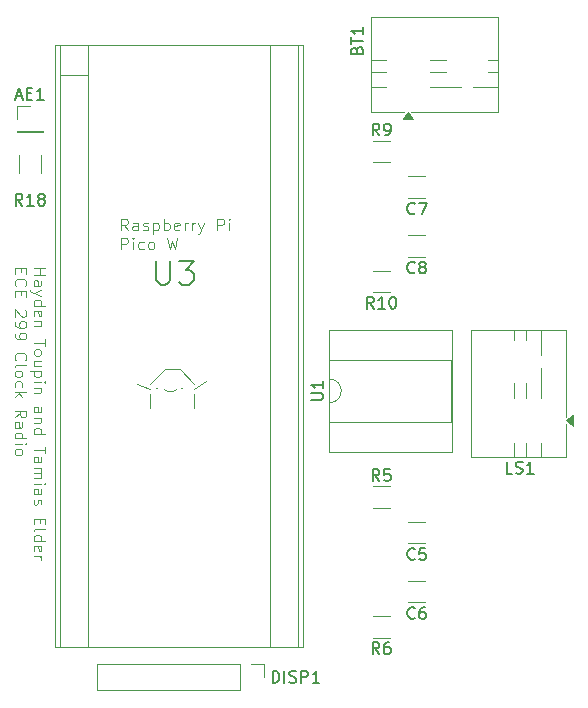
<source format=gbr>
%TF.GenerationSoftware,KiCad,Pcbnew,9.0.2*%
%TF.CreationDate,2025-06-25T13:02:05-07:00*%
%TF.ProjectId,Main,4d61696e-2e6b-4696-9361-645f70636258,rev?*%
%TF.SameCoordinates,Original*%
%TF.FileFunction,Legend,Top*%
%TF.FilePolarity,Positive*%
%FSLAX46Y46*%
G04 Gerber Fmt 4.6, Leading zero omitted, Abs format (unit mm)*
G04 Created by KiCad (PCBNEW 9.0.2) date 2025-06-25 13:02:05*
%MOMM*%
%LPD*%
G01*
G04 APERTURE LIST*
%ADD10C,0.100000*%
%ADD11C,0.150000*%
%ADD12C,0.120000*%
G04 APERTURE END LIST*
D10*
X130800000Y-100025000D02*
G75*
G02*
X130700000Y-100025000I-50000J0D01*
G01*
X130700000Y-100025000D02*
G75*
G02*
X130800000Y-100025000I50000J0D01*
G01*
X132950000Y-100050000D02*
G75*
G02*
X132850000Y-100050000I-50000J0D01*
G01*
X132850000Y-100050000D02*
G75*
G02*
X132950000Y-100050000I50000J0D01*
G01*
X130175000Y-100125000D02*
X129100000Y-99625000D01*
X130175000Y-100475000D02*
X130175000Y-101725000D01*
X133925000Y-100475000D02*
X133925000Y-101725000D01*
X133925000Y-100125000D02*
X134925000Y-99375000D01*
X130175000Y-99625000D02*
X131425000Y-98375000D01*
X131425000Y-98375000D02*
X132675000Y-98375000D01*
X132675000Y-98375000D02*
X133925000Y-99625000D01*
X131350000Y-100050000D02*
X131600000Y-100300000D01*
X131600000Y-100300000D02*
X132100000Y-100300000D01*
X132100000Y-100300000D02*
X132350000Y-100050000D01*
X120312524Y-89878884D02*
X121312524Y-89878884D01*
X120836334Y-89878884D02*
X120836334Y-90450312D01*
X120312524Y-90450312D02*
X121312524Y-90450312D01*
X120312524Y-91355074D02*
X120836334Y-91355074D01*
X120836334Y-91355074D02*
X120931572Y-91307455D01*
X120931572Y-91307455D02*
X120979191Y-91212217D01*
X120979191Y-91212217D02*
X120979191Y-91021741D01*
X120979191Y-91021741D02*
X120931572Y-90926503D01*
X120360144Y-91355074D02*
X120312524Y-91259836D01*
X120312524Y-91259836D02*
X120312524Y-91021741D01*
X120312524Y-91021741D02*
X120360144Y-90926503D01*
X120360144Y-90926503D02*
X120455382Y-90878884D01*
X120455382Y-90878884D02*
X120550620Y-90878884D01*
X120550620Y-90878884D02*
X120645858Y-90926503D01*
X120645858Y-90926503D02*
X120693477Y-91021741D01*
X120693477Y-91021741D02*
X120693477Y-91259836D01*
X120693477Y-91259836D02*
X120741096Y-91355074D01*
X120979191Y-91736027D02*
X120312524Y-91974122D01*
X120979191Y-92212217D02*
X120312524Y-91974122D01*
X120312524Y-91974122D02*
X120074429Y-91878884D01*
X120074429Y-91878884D02*
X120026810Y-91831265D01*
X120026810Y-91831265D02*
X119979191Y-91736027D01*
X120312524Y-93021741D02*
X121312524Y-93021741D01*
X120360144Y-93021741D02*
X120312524Y-92926503D01*
X120312524Y-92926503D02*
X120312524Y-92736027D01*
X120312524Y-92736027D02*
X120360144Y-92640789D01*
X120360144Y-92640789D02*
X120407763Y-92593170D01*
X120407763Y-92593170D02*
X120503001Y-92545551D01*
X120503001Y-92545551D02*
X120788715Y-92545551D01*
X120788715Y-92545551D02*
X120883953Y-92593170D01*
X120883953Y-92593170D02*
X120931572Y-92640789D01*
X120931572Y-92640789D02*
X120979191Y-92736027D01*
X120979191Y-92736027D02*
X120979191Y-92926503D01*
X120979191Y-92926503D02*
X120931572Y-93021741D01*
X120360144Y-93878884D02*
X120312524Y-93783646D01*
X120312524Y-93783646D02*
X120312524Y-93593170D01*
X120312524Y-93593170D02*
X120360144Y-93497932D01*
X120360144Y-93497932D02*
X120455382Y-93450313D01*
X120455382Y-93450313D02*
X120836334Y-93450313D01*
X120836334Y-93450313D02*
X120931572Y-93497932D01*
X120931572Y-93497932D02*
X120979191Y-93593170D01*
X120979191Y-93593170D02*
X120979191Y-93783646D01*
X120979191Y-93783646D02*
X120931572Y-93878884D01*
X120931572Y-93878884D02*
X120836334Y-93926503D01*
X120836334Y-93926503D02*
X120741096Y-93926503D01*
X120741096Y-93926503D02*
X120645858Y-93450313D01*
X120979191Y-94355075D02*
X120312524Y-94355075D01*
X120883953Y-94355075D02*
X120931572Y-94402694D01*
X120931572Y-94402694D02*
X120979191Y-94497932D01*
X120979191Y-94497932D02*
X120979191Y-94640789D01*
X120979191Y-94640789D02*
X120931572Y-94736027D01*
X120931572Y-94736027D02*
X120836334Y-94783646D01*
X120836334Y-94783646D02*
X120312524Y-94783646D01*
X121312524Y-95878885D02*
X121312524Y-96450313D01*
X120312524Y-96164599D02*
X121312524Y-96164599D01*
X120312524Y-96926504D02*
X120360144Y-96831266D01*
X120360144Y-96831266D02*
X120407763Y-96783647D01*
X120407763Y-96783647D02*
X120503001Y-96736028D01*
X120503001Y-96736028D02*
X120788715Y-96736028D01*
X120788715Y-96736028D02*
X120883953Y-96783647D01*
X120883953Y-96783647D02*
X120931572Y-96831266D01*
X120931572Y-96831266D02*
X120979191Y-96926504D01*
X120979191Y-96926504D02*
X120979191Y-97069361D01*
X120979191Y-97069361D02*
X120931572Y-97164599D01*
X120931572Y-97164599D02*
X120883953Y-97212218D01*
X120883953Y-97212218D02*
X120788715Y-97259837D01*
X120788715Y-97259837D02*
X120503001Y-97259837D01*
X120503001Y-97259837D02*
X120407763Y-97212218D01*
X120407763Y-97212218D02*
X120360144Y-97164599D01*
X120360144Y-97164599D02*
X120312524Y-97069361D01*
X120312524Y-97069361D02*
X120312524Y-96926504D01*
X120979191Y-98116980D02*
X120312524Y-98116980D01*
X120979191Y-97688409D02*
X120455382Y-97688409D01*
X120455382Y-97688409D02*
X120360144Y-97736028D01*
X120360144Y-97736028D02*
X120312524Y-97831266D01*
X120312524Y-97831266D02*
X120312524Y-97974123D01*
X120312524Y-97974123D02*
X120360144Y-98069361D01*
X120360144Y-98069361D02*
X120407763Y-98116980D01*
X120979191Y-98593171D02*
X119979191Y-98593171D01*
X120931572Y-98593171D02*
X120979191Y-98688409D01*
X120979191Y-98688409D02*
X120979191Y-98878885D01*
X120979191Y-98878885D02*
X120931572Y-98974123D01*
X120931572Y-98974123D02*
X120883953Y-99021742D01*
X120883953Y-99021742D02*
X120788715Y-99069361D01*
X120788715Y-99069361D02*
X120503001Y-99069361D01*
X120503001Y-99069361D02*
X120407763Y-99021742D01*
X120407763Y-99021742D02*
X120360144Y-98974123D01*
X120360144Y-98974123D02*
X120312524Y-98878885D01*
X120312524Y-98878885D02*
X120312524Y-98688409D01*
X120312524Y-98688409D02*
X120360144Y-98593171D01*
X120312524Y-99497933D02*
X120979191Y-99497933D01*
X121312524Y-99497933D02*
X121264905Y-99450314D01*
X121264905Y-99450314D02*
X121217286Y-99497933D01*
X121217286Y-99497933D02*
X121264905Y-99545552D01*
X121264905Y-99545552D02*
X121312524Y-99497933D01*
X121312524Y-99497933D02*
X121217286Y-99497933D01*
X120979191Y-99974123D02*
X120312524Y-99974123D01*
X120883953Y-99974123D02*
X120931572Y-100021742D01*
X120931572Y-100021742D02*
X120979191Y-100116980D01*
X120979191Y-100116980D02*
X120979191Y-100259837D01*
X120979191Y-100259837D02*
X120931572Y-100355075D01*
X120931572Y-100355075D02*
X120836334Y-100402694D01*
X120836334Y-100402694D02*
X120312524Y-100402694D01*
X120312524Y-102069361D02*
X120836334Y-102069361D01*
X120836334Y-102069361D02*
X120931572Y-102021742D01*
X120931572Y-102021742D02*
X120979191Y-101926504D01*
X120979191Y-101926504D02*
X120979191Y-101736028D01*
X120979191Y-101736028D02*
X120931572Y-101640790D01*
X120360144Y-102069361D02*
X120312524Y-101974123D01*
X120312524Y-101974123D02*
X120312524Y-101736028D01*
X120312524Y-101736028D02*
X120360144Y-101640790D01*
X120360144Y-101640790D02*
X120455382Y-101593171D01*
X120455382Y-101593171D02*
X120550620Y-101593171D01*
X120550620Y-101593171D02*
X120645858Y-101640790D01*
X120645858Y-101640790D02*
X120693477Y-101736028D01*
X120693477Y-101736028D02*
X120693477Y-101974123D01*
X120693477Y-101974123D02*
X120741096Y-102069361D01*
X120979191Y-102545552D02*
X120312524Y-102545552D01*
X120883953Y-102545552D02*
X120931572Y-102593171D01*
X120931572Y-102593171D02*
X120979191Y-102688409D01*
X120979191Y-102688409D02*
X120979191Y-102831266D01*
X120979191Y-102831266D02*
X120931572Y-102926504D01*
X120931572Y-102926504D02*
X120836334Y-102974123D01*
X120836334Y-102974123D02*
X120312524Y-102974123D01*
X120312524Y-103878885D02*
X121312524Y-103878885D01*
X120360144Y-103878885D02*
X120312524Y-103783647D01*
X120312524Y-103783647D02*
X120312524Y-103593171D01*
X120312524Y-103593171D02*
X120360144Y-103497933D01*
X120360144Y-103497933D02*
X120407763Y-103450314D01*
X120407763Y-103450314D02*
X120503001Y-103402695D01*
X120503001Y-103402695D02*
X120788715Y-103402695D01*
X120788715Y-103402695D02*
X120883953Y-103450314D01*
X120883953Y-103450314D02*
X120931572Y-103497933D01*
X120931572Y-103497933D02*
X120979191Y-103593171D01*
X120979191Y-103593171D02*
X120979191Y-103783647D01*
X120979191Y-103783647D02*
X120931572Y-103878885D01*
X121312524Y-104974124D02*
X121312524Y-105545552D01*
X120312524Y-105259838D02*
X121312524Y-105259838D01*
X120312524Y-106307457D02*
X120836334Y-106307457D01*
X120836334Y-106307457D02*
X120931572Y-106259838D01*
X120931572Y-106259838D02*
X120979191Y-106164600D01*
X120979191Y-106164600D02*
X120979191Y-105974124D01*
X120979191Y-105974124D02*
X120931572Y-105878886D01*
X120360144Y-106307457D02*
X120312524Y-106212219D01*
X120312524Y-106212219D02*
X120312524Y-105974124D01*
X120312524Y-105974124D02*
X120360144Y-105878886D01*
X120360144Y-105878886D02*
X120455382Y-105831267D01*
X120455382Y-105831267D02*
X120550620Y-105831267D01*
X120550620Y-105831267D02*
X120645858Y-105878886D01*
X120645858Y-105878886D02*
X120693477Y-105974124D01*
X120693477Y-105974124D02*
X120693477Y-106212219D01*
X120693477Y-106212219D02*
X120741096Y-106307457D01*
X120312524Y-106783648D02*
X120979191Y-106783648D01*
X120883953Y-106783648D02*
X120931572Y-106831267D01*
X120931572Y-106831267D02*
X120979191Y-106926505D01*
X120979191Y-106926505D02*
X120979191Y-107069362D01*
X120979191Y-107069362D02*
X120931572Y-107164600D01*
X120931572Y-107164600D02*
X120836334Y-107212219D01*
X120836334Y-107212219D02*
X120312524Y-107212219D01*
X120836334Y-107212219D02*
X120931572Y-107259838D01*
X120931572Y-107259838D02*
X120979191Y-107355076D01*
X120979191Y-107355076D02*
X120979191Y-107497933D01*
X120979191Y-107497933D02*
X120931572Y-107593172D01*
X120931572Y-107593172D02*
X120836334Y-107640791D01*
X120836334Y-107640791D02*
X120312524Y-107640791D01*
X120312524Y-108116981D02*
X120979191Y-108116981D01*
X121312524Y-108116981D02*
X121264905Y-108069362D01*
X121264905Y-108069362D02*
X121217286Y-108116981D01*
X121217286Y-108116981D02*
X121264905Y-108164600D01*
X121264905Y-108164600D02*
X121312524Y-108116981D01*
X121312524Y-108116981D02*
X121217286Y-108116981D01*
X120312524Y-109021742D02*
X120836334Y-109021742D01*
X120836334Y-109021742D02*
X120931572Y-108974123D01*
X120931572Y-108974123D02*
X120979191Y-108878885D01*
X120979191Y-108878885D02*
X120979191Y-108688409D01*
X120979191Y-108688409D02*
X120931572Y-108593171D01*
X120360144Y-109021742D02*
X120312524Y-108926504D01*
X120312524Y-108926504D02*
X120312524Y-108688409D01*
X120312524Y-108688409D02*
X120360144Y-108593171D01*
X120360144Y-108593171D02*
X120455382Y-108545552D01*
X120455382Y-108545552D02*
X120550620Y-108545552D01*
X120550620Y-108545552D02*
X120645858Y-108593171D01*
X120645858Y-108593171D02*
X120693477Y-108688409D01*
X120693477Y-108688409D02*
X120693477Y-108926504D01*
X120693477Y-108926504D02*
X120741096Y-109021742D01*
X120360144Y-109450314D02*
X120312524Y-109545552D01*
X120312524Y-109545552D02*
X120312524Y-109736028D01*
X120312524Y-109736028D02*
X120360144Y-109831266D01*
X120360144Y-109831266D02*
X120455382Y-109878885D01*
X120455382Y-109878885D02*
X120503001Y-109878885D01*
X120503001Y-109878885D02*
X120598239Y-109831266D01*
X120598239Y-109831266D02*
X120645858Y-109736028D01*
X120645858Y-109736028D02*
X120645858Y-109593171D01*
X120645858Y-109593171D02*
X120693477Y-109497933D01*
X120693477Y-109497933D02*
X120788715Y-109450314D01*
X120788715Y-109450314D02*
X120836334Y-109450314D01*
X120836334Y-109450314D02*
X120931572Y-109497933D01*
X120931572Y-109497933D02*
X120979191Y-109593171D01*
X120979191Y-109593171D02*
X120979191Y-109736028D01*
X120979191Y-109736028D02*
X120931572Y-109831266D01*
X120836334Y-111069362D02*
X120836334Y-111402695D01*
X120312524Y-111545552D02*
X120312524Y-111069362D01*
X120312524Y-111069362D02*
X121312524Y-111069362D01*
X121312524Y-111069362D02*
X121312524Y-111545552D01*
X120312524Y-112116981D02*
X120360144Y-112021743D01*
X120360144Y-112021743D02*
X120455382Y-111974124D01*
X120455382Y-111974124D02*
X121312524Y-111974124D01*
X120312524Y-112926505D02*
X121312524Y-112926505D01*
X120360144Y-112926505D02*
X120312524Y-112831267D01*
X120312524Y-112831267D02*
X120312524Y-112640791D01*
X120312524Y-112640791D02*
X120360144Y-112545553D01*
X120360144Y-112545553D02*
X120407763Y-112497934D01*
X120407763Y-112497934D02*
X120503001Y-112450315D01*
X120503001Y-112450315D02*
X120788715Y-112450315D01*
X120788715Y-112450315D02*
X120883953Y-112497934D01*
X120883953Y-112497934D02*
X120931572Y-112545553D01*
X120931572Y-112545553D02*
X120979191Y-112640791D01*
X120979191Y-112640791D02*
X120979191Y-112831267D01*
X120979191Y-112831267D02*
X120931572Y-112926505D01*
X120360144Y-113783648D02*
X120312524Y-113688410D01*
X120312524Y-113688410D02*
X120312524Y-113497934D01*
X120312524Y-113497934D02*
X120360144Y-113402696D01*
X120360144Y-113402696D02*
X120455382Y-113355077D01*
X120455382Y-113355077D02*
X120836334Y-113355077D01*
X120836334Y-113355077D02*
X120931572Y-113402696D01*
X120931572Y-113402696D02*
X120979191Y-113497934D01*
X120979191Y-113497934D02*
X120979191Y-113688410D01*
X120979191Y-113688410D02*
X120931572Y-113783648D01*
X120931572Y-113783648D02*
X120836334Y-113831267D01*
X120836334Y-113831267D02*
X120741096Y-113831267D01*
X120741096Y-113831267D02*
X120645858Y-113355077D01*
X120312524Y-114259839D02*
X120979191Y-114259839D01*
X120788715Y-114259839D02*
X120883953Y-114307458D01*
X120883953Y-114307458D02*
X120931572Y-114355077D01*
X120931572Y-114355077D02*
X120979191Y-114450315D01*
X120979191Y-114450315D02*
X120979191Y-114545553D01*
X119226390Y-89878884D02*
X119226390Y-90212217D01*
X118702580Y-90355074D02*
X118702580Y-89878884D01*
X118702580Y-89878884D02*
X119702580Y-89878884D01*
X119702580Y-89878884D02*
X119702580Y-90355074D01*
X118797819Y-91355074D02*
X118750200Y-91307455D01*
X118750200Y-91307455D02*
X118702580Y-91164598D01*
X118702580Y-91164598D02*
X118702580Y-91069360D01*
X118702580Y-91069360D02*
X118750200Y-90926503D01*
X118750200Y-90926503D02*
X118845438Y-90831265D01*
X118845438Y-90831265D02*
X118940676Y-90783646D01*
X118940676Y-90783646D02*
X119131152Y-90736027D01*
X119131152Y-90736027D02*
X119274009Y-90736027D01*
X119274009Y-90736027D02*
X119464485Y-90783646D01*
X119464485Y-90783646D02*
X119559723Y-90831265D01*
X119559723Y-90831265D02*
X119654961Y-90926503D01*
X119654961Y-90926503D02*
X119702580Y-91069360D01*
X119702580Y-91069360D02*
X119702580Y-91164598D01*
X119702580Y-91164598D02*
X119654961Y-91307455D01*
X119654961Y-91307455D02*
X119607342Y-91355074D01*
X119226390Y-91783646D02*
X119226390Y-92116979D01*
X118702580Y-92259836D02*
X118702580Y-91783646D01*
X118702580Y-91783646D02*
X119702580Y-91783646D01*
X119702580Y-91783646D02*
X119702580Y-92259836D01*
X119607342Y-93402694D02*
X119654961Y-93450313D01*
X119654961Y-93450313D02*
X119702580Y-93545551D01*
X119702580Y-93545551D02*
X119702580Y-93783646D01*
X119702580Y-93783646D02*
X119654961Y-93878884D01*
X119654961Y-93878884D02*
X119607342Y-93926503D01*
X119607342Y-93926503D02*
X119512104Y-93974122D01*
X119512104Y-93974122D02*
X119416866Y-93974122D01*
X119416866Y-93974122D02*
X119274009Y-93926503D01*
X119274009Y-93926503D02*
X118702580Y-93355075D01*
X118702580Y-93355075D02*
X118702580Y-93974122D01*
X118702580Y-94450313D02*
X118702580Y-94640789D01*
X118702580Y-94640789D02*
X118750200Y-94736027D01*
X118750200Y-94736027D02*
X118797819Y-94783646D01*
X118797819Y-94783646D02*
X118940676Y-94878884D01*
X118940676Y-94878884D02*
X119131152Y-94926503D01*
X119131152Y-94926503D02*
X119512104Y-94926503D01*
X119512104Y-94926503D02*
X119607342Y-94878884D01*
X119607342Y-94878884D02*
X119654961Y-94831265D01*
X119654961Y-94831265D02*
X119702580Y-94736027D01*
X119702580Y-94736027D02*
X119702580Y-94545551D01*
X119702580Y-94545551D02*
X119654961Y-94450313D01*
X119654961Y-94450313D02*
X119607342Y-94402694D01*
X119607342Y-94402694D02*
X119512104Y-94355075D01*
X119512104Y-94355075D02*
X119274009Y-94355075D01*
X119274009Y-94355075D02*
X119178771Y-94402694D01*
X119178771Y-94402694D02*
X119131152Y-94450313D01*
X119131152Y-94450313D02*
X119083533Y-94545551D01*
X119083533Y-94545551D02*
X119083533Y-94736027D01*
X119083533Y-94736027D02*
X119131152Y-94831265D01*
X119131152Y-94831265D02*
X119178771Y-94878884D01*
X119178771Y-94878884D02*
X119274009Y-94926503D01*
X118702580Y-95402694D02*
X118702580Y-95593170D01*
X118702580Y-95593170D02*
X118750200Y-95688408D01*
X118750200Y-95688408D02*
X118797819Y-95736027D01*
X118797819Y-95736027D02*
X118940676Y-95831265D01*
X118940676Y-95831265D02*
X119131152Y-95878884D01*
X119131152Y-95878884D02*
X119512104Y-95878884D01*
X119512104Y-95878884D02*
X119607342Y-95831265D01*
X119607342Y-95831265D02*
X119654961Y-95783646D01*
X119654961Y-95783646D02*
X119702580Y-95688408D01*
X119702580Y-95688408D02*
X119702580Y-95497932D01*
X119702580Y-95497932D02*
X119654961Y-95402694D01*
X119654961Y-95402694D02*
X119607342Y-95355075D01*
X119607342Y-95355075D02*
X119512104Y-95307456D01*
X119512104Y-95307456D02*
X119274009Y-95307456D01*
X119274009Y-95307456D02*
X119178771Y-95355075D01*
X119178771Y-95355075D02*
X119131152Y-95402694D01*
X119131152Y-95402694D02*
X119083533Y-95497932D01*
X119083533Y-95497932D02*
X119083533Y-95688408D01*
X119083533Y-95688408D02*
X119131152Y-95783646D01*
X119131152Y-95783646D02*
X119178771Y-95831265D01*
X119178771Y-95831265D02*
X119274009Y-95878884D01*
X118797819Y-97640789D02*
X118750200Y-97593170D01*
X118750200Y-97593170D02*
X118702580Y-97450313D01*
X118702580Y-97450313D02*
X118702580Y-97355075D01*
X118702580Y-97355075D02*
X118750200Y-97212218D01*
X118750200Y-97212218D02*
X118845438Y-97116980D01*
X118845438Y-97116980D02*
X118940676Y-97069361D01*
X118940676Y-97069361D02*
X119131152Y-97021742D01*
X119131152Y-97021742D02*
X119274009Y-97021742D01*
X119274009Y-97021742D02*
X119464485Y-97069361D01*
X119464485Y-97069361D02*
X119559723Y-97116980D01*
X119559723Y-97116980D02*
X119654961Y-97212218D01*
X119654961Y-97212218D02*
X119702580Y-97355075D01*
X119702580Y-97355075D02*
X119702580Y-97450313D01*
X119702580Y-97450313D02*
X119654961Y-97593170D01*
X119654961Y-97593170D02*
X119607342Y-97640789D01*
X118702580Y-98212218D02*
X118750200Y-98116980D01*
X118750200Y-98116980D02*
X118845438Y-98069361D01*
X118845438Y-98069361D02*
X119702580Y-98069361D01*
X118702580Y-98736028D02*
X118750200Y-98640790D01*
X118750200Y-98640790D02*
X118797819Y-98593171D01*
X118797819Y-98593171D02*
X118893057Y-98545552D01*
X118893057Y-98545552D02*
X119178771Y-98545552D01*
X119178771Y-98545552D02*
X119274009Y-98593171D01*
X119274009Y-98593171D02*
X119321628Y-98640790D01*
X119321628Y-98640790D02*
X119369247Y-98736028D01*
X119369247Y-98736028D02*
X119369247Y-98878885D01*
X119369247Y-98878885D02*
X119321628Y-98974123D01*
X119321628Y-98974123D02*
X119274009Y-99021742D01*
X119274009Y-99021742D02*
X119178771Y-99069361D01*
X119178771Y-99069361D02*
X118893057Y-99069361D01*
X118893057Y-99069361D02*
X118797819Y-99021742D01*
X118797819Y-99021742D02*
X118750200Y-98974123D01*
X118750200Y-98974123D02*
X118702580Y-98878885D01*
X118702580Y-98878885D02*
X118702580Y-98736028D01*
X118750200Y-99926504D02*
X118702580Y-99831266D01*
X118702580Y-99831266D02*
X118702580Y-99640790D01*
X118702580Y-99640790D02*
X118750200Y-99545552D01*
X118750200Y-99545552D02*
X118797819Y-99497933D01*
X118797819Y-99497933D02*
X118893057Y-99450314D01*
X118893057Y-99450314D02*
X119178771Y-99450314D01*
X119178771Y-99450314D02*
X119274009Y-99497933D01*
X119274009Y-99497933D02*
X119321628Y-99545552D01*
X119321628Y-99545552D02*
X119369247Y-99640790D01*
X119369247Y-99640790D02*
X119369247Y-99831266D01*
X119369247Y-99831266D02*
X119321628Y-99926504D01*
X118702580Y-100355076D02*
X119702580Y-100355076D01*
X119083533Y-100450314D02*
X118702580Y-100736028D01*
X119369247Y-100736028D02*
X118988295Y-100355076D01*
X118702580Y-102497933D02*
X119178771Y-102164600D01*
X118702580Y-101926505D02*
X119702580Y-101926505D01*
X119702580Y-101926505D02*
X119702580Y-102307457D01*
X119702580Y-102307457D02*
X119654961Y-102402695D01*
X119654961Y-102402695D02*
X119607342Y-102450314D01*
X119607342Y-102450314D02*
X119512104Y-102497933D01*
X119512104Y-102497933D02*
X119369247Y-102497933D01*
X119369247Y-102497933D02*
X119274009Y-102450314D01*
X119274009Y-102450314D02*
X119226390Y-102402695D01*
X119226390Y-102402695D02*
X119178771Y-102307457D01*
X119178771Y-102307457D02*
X119178771Y-101926505D01*
X118702580Y-103355076D02*
X119226390Y-103355076D01*
X119226390Y-103355076D02*
X119321628Y-103307457D01*
X119321628Y-103307457D02*
X119369247Y-103212219D01*
X119369247Y-103212219D02*
X119369247Y-103021743D01*
X119369247Y-103021743D02*
X119321628Y-102926505D01*
X118750200Y-103355076D02*
X118702580Y-103259838D01*
X118702580Y-103259838D02*
X118702580Y-103021743D01*
X118702580Y-103021743D02*
X118750200Y-102926505D01*
X118750200Y-102926505D02*
X118845438Y-102878886D01*
X118845438Y-102878886D02*
X118940676Y-102878886D01*
X118940676Y-102878886D02*
X119035914Y-102926505D01*
X119035914Y-102926505D02*
X119083533Y-103021743D01*
X119083533Y-103021743D02*
X119083533Y-103259838D01*
X119083533Y-103259838D02*
X119131152Y-103355076D01*
X118702580Y-104259838D02*
X119702580Y-104259838D01*
X118750200Y-104259838D02*
X118702580Y-104164600D01*
X118702580Y-104164600D02*
X118702580Y-103974124D01*
X118702580Y-103974124D02*
X118750200Y-103878886D01*
X118750200Y-103878886D02*
X118797819Y-103831267D01*
X118797819Y-103831267D02*
X118893057Y-103783648D01*
X118893057Y-103783648D02*
X119178771Y-103783648D01*
X119178771Y-103783648D02*
X119274009Y-103831267D01*
X119274009Y-103831267D02*
X119321628Y-103878886D01*
X119321628Y-103878886D02*
X119369247Y-103974124D01*
X119369247Y-103974124D02*
X119369247Y-104164600D01*
X119369247Y-104164600D02*
X119321628Y-104259838D01*
X118702580Y-104736029D02*
X119369247Y-104736029D01*
X119702580Y-104736029D02*
X119654961Y-104688410D01*
X119654961Y-104688410D02*
X119607342Y-104736029D01*
X119607342Y-104736029D02*
X119654961Y-104783648D01*
X119654961Y-104783648D02*
X119702580Y-104736029D01*
X119702580Y-104736029D02*
X119607342Y-104736029D01*
X118702580Y-105355076D02*
X118750200Y-105259838D01*
X118750200Y-105259838D02*
X118797819Y-105212219D01*
X118797819Y-105212219D02*
X118893057Y-105164600D01*
X118893057Y-105164600D02*
X119178771Y-105164600D01*
X119178771Y-105164600D02*
X119274009Y-105212219D01*
X119274009Y-105212219D02*
X119321628Y-105259838D01*
X119321628Y-105259838D02*
X119369247Y-105355076D01*
X119369247Y-105355076D02*
X119369247Y-105497933D01*
X119369247Y-105497933D02*
X119321628Y-105593171D01*
X119321628Y-105593171D02*
X119274009Y-105640790D01*
X119274009Y-105640790D02*
X119178771Y-105688409D01*
X119178771Y-105688409D02*
X118893057Y-105688409D01*
X118893057Y-105688409D02*
X118797819Y-105640790D01*
X118797819Y-105640790D02*
X118750200Y-105593171D01*
X118750200Y-105593171D02*
X118702580Y-105497933D01*
X118702580Y-105497933D02*
X118702580Y-105355076D01*
X128300312Y-86662475D02*
X127966979Y-86186284D01*
X127728884Y-86662475D02*
X127728884Y-85662475D01*
X127728884Y-85662475D02*
X128109836Y-85662475D01*
X128109836Y-85662475D02*
X128205074Y-85710094D01*
X128205074Y-85710094D02*
X128252693Y-85757713D01*
X128252693Y-85757713D02*
X128300312Y-85852951D01*
X128300312Y-85852951D02*
X128300312Y-85995808D01*
X128300312Y-85995808D02*
X128252693Y-86091046D01*
X128252693Y-86091046D02*
X128205074Y-86138665D01*
X128205074Y-86138665D02*
X128109836Y-86186284D01*
X128109836Y-86186284D02*
X127728884Y-86186284D01*
X129157455Y-86662475D02*
X129157455Y-86138665D01*
X129157455Y-86138665D02*
X129109836Y-86043427D01*
X129109836Y-86043427D02*
X129014598Y-85995808D01*
X129014598Y-85995808D02*
X128824122Y-85995808D01*
X128824122Y-85995808D02*
X128728884Y-86043427D01*
X129157455Y-86614856D02*
X129062217Y-86662475D01*
X129062217Y-86662475D02*
X128824122Y-86662475D01*
X128824122Y-86662475D02*
X128728884Y-86614856D01*
X128728884Y-86614856D02*
X128681265Y-86519617D01*
X128681265Y-86519617D02*
X128681265Y-86424379D01*
X128681265Y-86424379D02*
X128728884Y-86329141D01*
X128728884Y-86329141D02*
X128824122Y-86281522D01*
X128824122Y-86281522D02*
X129062217Y-86281522D01*
X129062217Y-86281522D02*
X129157455Y-86233903D01*
X129586027Y-86614856D02*
X129681265Y-86662475D01*
X129681265Y-86662475D02*
X129871741Y-86662475D01*
X129871741Y-86662475D02*
X129966979Y-86614856D01*
X129966979Y-86614856D02*
X130014598Y-86519617D01*
X130014598Y-86519617D02*
X130014598Y-86471998D01*
X130014598Y-86471998D02*
X129966979Y-86376760D01*
X129966979Y-86376760D02*
X129871741Y-86329141D01*
X129871741Y-86329141D02*
X129728884Y-86329141D01*
X129728884Y-86329141D02*
X129633646Y-86281522D01*
X129633646Y-86281522D02*
X129586027Y-86186284D01*
X129586027Y-86186284D02*
X129586027Y-86138665D01*
X129586027Y-86138665D02*
X129633646Y-86043427D01*
X129633646Y-86043427D02*
X129728884Y-85995808D01*
X129728884Y-85995808D02*
X129871741Y-85995808D01*
X129871741Y-85995808D02*
X129966979Y-86043427D01*
X130443170Y-85995808D02*
X130443170Y-86995808D01*
X130443170Y-86043427D02*
X130538408Y-85995808D01*
X130538408Y-85995808D02*
X130728884Y-85995808D01*
X130728884Y-85995808D02*
X130824122Y-86043427D01*
X130824122Y-86043427D02*
X130871741Y-86091046D01*
X130871741Y-86091046D02*
X130919360Y-86186284D01*
X130919360Y-86186284D02*
X130919360Y-86471998D01*
X130919360Y-86471998D02*
X130871741Y-86567236D01*
X130871741Y-86567236D02*
X130824122Y-86614856D01*
X130824122Y-86614856D02*
X130728884Y-86662475D01*
X130728884Y-86662475D02*
X130538408Y-86662475D01*
X130538408Y-86662475D02*
X130443170Y-86614856D01*
X131347932Y-86662475D02*
X131347932Y-85662475D01*
X131347932Y-86043427D02*
X131443170Y-85995808D01*
X131443170Y-85995808D02*
X131633646Y-85995808D01*
X131633646Y-85995808D02*
X131728884Y-86043427D01*
X131728884Y-86043427D02*
X131776503Y-86091046D01*
X131776503Y-86091046D02*
X131824122Y-86186284D01*
X131824122Y-86186284D02*
X131824122Y-86471998D01*
X131824122Y-86471998D02*
X131776503Y-86567236D01*
X131776503Y-86567236D02*
X131728884Y-86614856D01*
X131728884Y-86614856D02*
X131633646Y-86662475D01*
X131633646Y-86662475D02*
X131443170Y-86662475D01*
X131443170Y-86662475D02*
X131347932Y-86614856D01*
X132633646Y-86614856D02*
X132538408Y-86662475D01*
X132538408Y-86662475D02*
X132347932Y-86662475D01*
X132347932Y-86662475D02*
X132252694Y-86614856D01*
X132252694Y-86614856D02*
X132205075Y-86519617D01*
X132205075Y-86519617D02*
X132205075Y-86138665D01*
X132205075Y-86138665D02*
X132252694Y-86043427D01*
X132252694Y-86043427D02*
X132347932Y-85995808D01*
X132347932Y-85995808D02*
X132538408Y-85995808D01*
X132538408Y-85995808D02*
X132633646Y-86043427D01*
X132633646Y-86043427D02*
X132681265Y-86138665D01*
X132681265Y-86138665D02*
X132681265Y-86233903D01*
X132681265Y-86233903D02*
X132205075Y-86329141D01*
X133109837Y-86662475D02*
X133109837Y-85995808D01*
X133109837Y-86186284D02*
X133157456Y-86091046D01*
X133157456Y-86091046D02*
X133205075Y-86043427D01*
X133205075Y-86043427D02*
X133300313Y-85995808D01*
X133300313Y-85995808D02*
X133395551Y-85995808D01*
X133728885Y-86662475D02*
X133728885Y-85995808D01*
X133728885Y-86186284D02*
X133776504Y-86091046D01*
X133776504Y-86091046D02*
X133824123Y-86043427D01*
X133824123Y-86043427D02*
X133919361Y-85995808D01*
X133919361Y-85995808D02*
X134014599Y-85995808D01*
X134252695Y-85995808D02*
X134490790Y-86662475D01*
X134728885Y-85995808D02*
X134490790Y-86662475D01*
X134490790Y-86662475D02*
X134395552Y-86900570D01*
X134395552Y-86900570D02*
X134347933Y-86948189D01*
X134347933Y-86948189D02*
X134252695Y-86995808D01*
X135871743Y-86662475D02*
X135871743Y-85662475D01*
X135871743Y-85662475D02*
X136252695Y-85662475D01*
X136252695Y-85662475D02*
X136347933Y-85710094D01*
X136347933Y-85710094D02*
X136395552Y-85757713D01*
X136395552Y-85757713D02*
X136443171Y-85852951D01*
X136443171Y-85852951D02*
X136443171Y-85995808D01*
X136443171Y-85995808D02*
X136395552Y-86091046D01*
X136395552Y-86091046D02*
X136347933Y-86138665D01*
X136347933Y-86138665D02*
X136252695Y-86186284D01*
X136252695Y-86186284D02*
X135871743Y-86186284D01*
X136871743Y-86662475D02*
X136871743Y-85995808D01*
X136871743Y-85662475D02*
X136824124Y-85710094D01*
X136824124Y-85710094D02*
X136871743Y-85757713D01*
X136871743Y-85757713D02*
X136919362Y-85710094D01*
X136919362Y-85710094D02*
X136871743Y-85662475D01*
X136871743Y-85662475D02*
X136871743Y-85757713D01*
X127728884Y-88272419D02*
X127728884Y-87272419D01*
X127728884Y-87272419D02*
X128109836Y-87272419D01*
X128109836Y-87272419D02*
X128205074Y-87320038D01*
X128205074Y-87320038D02*
X128252693Y-87367657D01*
X128252693Y-87367657D02*
X128300312Y-87462895D01*
X128300312Y-87462895D02*
X128300312Y-87605752D01*
X128300312Y-87605752D02*
X128252693Y-87700990D01*
X128252693Y-87700990D02*
X128205074Y-87748609D01*
X128205074Y-87748609D02*
X128109836Y-87796228D01*
X128109836Y-87796228D02*
X127728884Y-87796228D01*
X128728884Y-88272419D02*
X128728884Y-87605752D01*
X128728884Y-87272419D02*
X128681265Y-87320038D01*
X128681265Y-87320038D02*
X128728884Y-87367657D01*
X128728884Y-87367657D02*
X128776503Y-87320038D01*
X128776503Y-87320038D02*
X128728884Y-87272419D01*
X128728884Y-87272419D02*
X128728884Y-87367657D01*
X129633645Y-88224800D02*
X129538407Y-88272419D01*
X129538407Y-88272419D02*
X129347931Y-88272419D01*
X129347931Y-88272419D02*
X129252693Y-88224800D01*
X129252693Y-88224800D02*
X129205074Y-88177180D01*
X129205074Y-88177180D02*
X129157455Y-88081942D01*
X129157455Y-88081942D02*
X129157455Y-87796228D01*
X129157455Y-87796228D02*
X129205074Y-87700990D01*
X129205074Y-87700990D02*
X129252693Y-87653371D01*
X129252693Y-87653371D02*
X129347931Y-87605752D01*
X129347931Y-87605752D02*
X129538407Y-87605752D01*
X129538407Y-87605752D02*
X129633645Y-87653371D01*
X130205074Y-88272419D02*
X130109836Y-88224800D01*
X130109836Y-88224800D02*
X130062217Y-88177180D01*
X130062217Y-88177180D02*
X130014598Y-88081942D01*
X130014598Y-88081942D02*
X130014598Y-87796228D01*
X130014598Y-87796228D02*
X130062217Y-87700990D01*
X130062217Y-87700990D02*
X130109836Y-87653371D01*
X130109836Y-87653371D02*
X130205074Y-87605752D01*
X130205074Y-87605752D02*
X130347931Y-87605752D01*
X130347931Y-87605752D02*
X130443169Y-87653371D01*
X130443169Y-87653371D02*
X130490788Y-87700990D01*
X130490788Y-87700990D02*
X130538407Y-87796228D01*
X130538407Y-87796228D02*
X130538407Y-88081942D01*
X130538407Y-88081942D02*
X130490788Y-88177180D01*
X130490788Y-88177180D02*
X130443169Y-88224800D01*
X130443169Y-88224800D02*
X130347931Y-88272419D01*
X130347931Y-88272419D02*
X130205074Y-88272419D01*
X131633646Y-87272419D02*
X131871741Y-88272419D01*
X131871741Y-88272419D02*
X132062217Y-87558133D01*
X132062217Y-87558133D02*
X132252693Y-88272419D01*
X132252693Y-88272419D02*
X132490789Y-87272419D01*
D11*
X130716190Y-89247438D02*
X130716190Y-90866485D01*
X130716190Y-90866485D02*
X130811428Y-91056961D01*
X130811428Y-91056961D02*
X130906666Y-91152200D01*
X130906666Y-91152200D02*
X131097142Y-91247438D01*
X131097142Y-91247438D02*
X131478095Y-91247438D01*
X131478095Y-91247438D02*
X131668571Y-91152200D01*
X131668571Y-91152200D02*
X131763809Y-91056961D01*
X131763809Y-91056961D02*
X131859047Y-90866485D01*
X131859047Y-90866485D02*
X131859047Y-89247438D01*
X132620952Y-89247438D02*
X133859047Y-89247438D01*
X133859047Y-89247438D02*
X133192380Y-90009342D01*
X133192380Y-90009342D02*
X133478095Y-90009342D01*
X133478095Y-90009342D02*
X133668571Y-90104580D01*
X133668571Y-90104580D02*
X133763809Y-90199819D01*
X133763809Y-90199819D02*
X133859047Y-90390295D01*
X133859047Y-90390295D02*
X133859047Y-90866485D01*
X133859047Y-90866485D02*
X133763809Y-91056961D01*
X133763809Y-91056961D02*
X133668571Y-91152200D01*
X133668571Y-91152200D02*
X133478095Y-91247438D01*
X133478095Y-91247438D02*
X132906666Y-91247438D01*
X132906666Y-91247438D02*
X132716190Y-91152200D01*
X132716190Y-91152200D02*
X132620952Y-91056961D01*
X119357142Y-84554819D02*
X119023809Y-84078628D01*
X118785714Y-84554819D02*
X118785714Y-83554819D01*
X118785714Y-83554819D02*
X119166666Y-83554819D01*
X119166666Y-83554819D02*
X119261904Y-83602438D01*
X119261904Y-83602438D02*
X119309523Y-83650057D01*
X119309523Y-83650057D02*
X119357142Y-83745295D01*
X119357142Y-83745295D02*
X119357142Y-83888152D01*
X119357142Y-83888152D02*
X119309523Y-83983390D01*
X119309523Y-83983390D02*
X119261904Y-84031009D01*
X119261904Y-84031009D02*
X119166666Y-84078628D01*
X119166666Y-84078628D02*
X118785714Y-84078628D01*
X120309523Y-84554819D02*
X119738095Y-84554819D01*
X120023809Y-84554819D02*
X120023809Y-83554819D01*
X120023809Y-83554819D02*
X119928571Y-83697676D01*
X119928571Y-83697676D02*
X119833333Y-83792914D01*
X119833333Y-83792914D02*
X119738095Y-83840533D01*
X120880952Y-83983390D02*
X120785714Y-83935771D01*
X120785714Y-83935771D02*
X120738095Y-83888152D01*
X120738095Y-83888152D02*
X120690476Y-83792914D01*
X120690476Y-83792914D02*
X120690476Y-83745295D01*
X120690476Y-83745295D02*
X120738095Y-83650057D01*
X120738095Y-83650057D02*
X120785714Y-83602438D01*
X120785714Y-83602438D02*
X120880952Y-83554819D01*
X120880952Y-83554819D02*
X121071428Y-83554819D01*
X121071428Y-83554819D02*
X121166666Y-83602438D01*
X121166666Y-83602438D02*
X121214285Y-83650057D01*
X121214285Y-83650057D02*
X121261904Y-83745295D01*
X121261904Y-83745295D02*
X121261904Y-83792914D01*
X121261904Y-83792914D02*
X121214285Y-83888152D01*
X121214285Y-83888152D02*
X121166666Y-83935771D01*
X121166666Y-83935771D02*
X121071428Y-83983390D01*
X121071428Y-83983390D02*
X120880952Y-83983390D01*
X120880952Y-83983390D02*
X120785714Y-84031009D01*
X120785714Y-84031009D02*
X120738095Y-84078628D01*
X120738095Y-84078628D02*
X120690476Y-84173866D01*
X120690476Y-84173866D02*
X120690476Y-84364342D01*
X120690476Y-84364342D02*
X120738095Y-84459580D01*
X120738095Y-84459580D02*
X120785714Y-84507200D01*
X120785714Y-84507200D02*
X120880952Y-84554819D01*
X120880952Y-84554819D02*
X121071428Y-84554819D01*
X121071428Y-84554819D02*
X121166666Y-84507200D01*
X121166666Y-84507200D02*
X121214285Y-84459580D01*
X121214285Y-84459580D02*
X121261904Y-84364342D01*
X121261904Y-84364342D02*
X121261904Y-84173866D01*
X121261904Y-84173866D02*
X121214285Y-84078628D01*
X121214285Y-84078628D02*
X121166666Y-84031009D01*
X121166666Y-84031009D02*
X121071428Y-83983390D01*
X152583333Y-85209580D02*
X152535714Y-85257200D01*
X152535714Y-85257200D02*
X152392857Y-85304819D01*
X152392857Y-85304819D02*
X152297619Y-85304819D01*
X152297619Y-85304819D02*
X152154762Y-85257200D01*
X152154762Y-85257200D02*
X152059524Y-85161961D01*
X152059524Y-85161961D02*
X152011905Y-85066723D01*
X152011905Y-85066723D02*
X151964286Y-84876247D01*
X151964286Y-84876247D02*
X151964286Y-84733390D01*
X151964286Y-84733390D02*
X152011905Y-84542914D01*
X152011905Y-84542914D02*
X152059524Y-84447676D01*
X152059524Y-84447676D02*
X152154762Y-84352438D01*
X152154762Y-84352438D02*
X152297619Y-84304819D01*
X152297619Y-84304819D02*
X152392857Y-84304819D01*
X152392857Y-84304819D02*
X152535714Y-84352438D01*
X152535714Y-84352438D02*
X152583333Y-84400057D01*
X152916667Y-84304819D02*
X153583333Y-84304819D01*
X153583333Y-84304819D02*
X153154762Y-85304819D01*
X147681009Y-71410714D02*
X147728628Y-71267857D01*
X147728628Y-71267857D02*
X147776247Y-71220238D01*
X147776247Y-71220238D02*
X147871485Y-71172619D01*
X147871485Y-71172619D02*
X148014342Y-71172619D01*
X148014342Y-71172619D02*
X148109580Y-71220238D01*
X148109580Y-71220238D02*
X148157200Y-71267857D01*
X148157200Y-71267857D02*
X148204819Y-71363095D01*
X148204819Y-71363095D02*
X148204819Y-71744047D01*
X148204819Y-71744047D02*
X147204819Y-71744047D01*
X147204819Y-71744047D02*
X147204819Y-71410714D01*
X147204819Y-71410714D02*
X147252438Y-71315476D01*
X147252438Y-71315476D02*
X147300057Y-71267857D01*
X147300057Y-71267857D02*
X147395295Y-71220238D01*
X147395295Y-71220238D02*
X147490533Y-71220238D01*
X147490533Y-71220238D02*
X147585771Y-71267857D01*
X147585771Y-71267857D02*
X147633390Y-71315476D01*
X147633390Y-71315476D02*
X147681009Y-71410714D01*
X147681009Y-71410714D02*
X147681009Y-71744047D01*
X147204819Y-70886904D02*
X147204819Y-70315476D01*
X148204819Y-70601190D02*
X147204819Y-70601190D01*
X148204819Y-69458333D02*
X148204819Y-70029761D01*
X148204819Y-69744047D02*
X147204819Y-69744047D01*
X147204819Y-69744047D02*
X147347676Y-69839285D01*
X147347676Y-69839285D02*
X147442914Y-69934523D01*
X147442914Y-69934523D02*
X147490533Y-70029761D01*
X149107142Y-93284819D02*
X148773809Y-92808628D01*
X148535714Y-93284819D02*
X148535714Y-92284819D01*
X148535714Y-92284819D02*
X148916666Y-92284819D01*
X148916666Y-92284819D02*
X149011904Y-92332438D01*
X149011904Y-92332438D02*
X149059523Y-92380057D01*
X149059523Y-92380057D02*
X149107142Y-92475295D01*
X149107142Y-92475295D02*
X149107142Y-92618152D01*
X149107142Y-92618152D02*
X149059523Y-92713390D01*
X149059523Y-92713390D02*
X149011904Y-92761009D01*
X149011904Y-92761009D02*
X148916666Y-92808628D01*
X148916666Y-92808628D02*
X148535714Y-92808628D01*
X150059523Y-93284819D02*
X149488095Y-93284819D01*
X149773809Y-93284819D02*
X149773809Y-92284819D01*
X149773809Y-92284819D02*
X149678571Y-92427676D01*
X149678571Y-92427676D02*
X149583333Y-92522914D01*
X149583333Y-92522914D02*
X149488095Y-92570533D01*
X150678571Y-92284819D02*
X150773809Y-92284819D01*
X150773809Y-92284819D02*
X150869047Y-92332438D01*
X150869047Y-92332438D02*
X150916666Y-92380057D01*
X150916666Y-92380057D02*
X150964285Y-92475295D01*
X150964285Y-92475295D02*
X151011904Y-92665771D01*
X151011904Y-92665771D02*
X151011904Y-92903866D01*
X151011904Y-92903866D02*
X150964285Y-93094342D01*
X150964285Y-93094342D02*
X150916666Y-93189580D01*
X150916666Y-93189580D02*
X150869047Y-93237200D01*
X150869047Y-93237200D02*
X150773809Y-93284819D01*
X150773809Y-93284819D02*
X150678571Y-93284819D01*
X150678571Y-93284819D02*
X150583333Y-93237200D01*
X150583333Y-93237200D02*
X150535714Y-93189580D01*
X150535714Y-93189580D02*
X150488095Y-93094342D01*
X150488095Y-93094342D02*
X150440476Y-92903866D01*
X150440476Y-92903866D02*
X150440476Y-92665771D01*
X150440476Y-92665771D02*
X150488095Y-92475295D01*
X150488095Y-92475295D02*
X150535714Y-92380057D01*
X150535714Y-92380057D02*
X150583333Y-92332438D01*
X150583333Y-92332438D02*
X150678571Y-92284819D01*
X149583333Y-107874819D02*
X149250000Y-107398628D01*
X149011905Y-107874819D02*
X149011905Y-106874819D01*
X149011905Y-106874819D02*
X149392857Y-106874819D01*
X149392857Y-106874819D02*
X149488095Y-106922438D01*
X149488095Y-106922438D02*
X149535714Y-106970057D01*
X149535714Y-106970057D02*
X149583333Y-107065295D01*
X149583333Y-107065295D02*
X149583333Y-107208152D01*
X149583333Y-107208152D02*
X149535714Y-107303390D01*
X149535714Y-107303390D02*
X149488095Y-107351009D01*
X149488095Y-107351009D02*
X149392857Y-107398628D01*
X149392857Y-107398628D02*
X149011905Y-107398628D01*
X150488095Y-106874819D02*
X150011905Y-106874819D01*
X150011905Y-106874819D02*
X149964286Y-107351009D01*
X149964286Y-107351009D02*
X150011905Y-107303390D01*
X150011905Y-107303390D02*
X150107143Y-107255771D01*
X150107143Y-107255771D02*
X150345238Y-107255771D01*
X150345238Y-107255771D02*
X150440476Y-107303390D01*
X150440476Y-107303390D02*
X150488095Y-107351009D01*
X150488095Y-107351009D02*
X150535714Y-107446247D01*
X150535714Y-107446247D02*
X150535714Y-107684342D01*
X150535714Y-107684342D02*
X150488095Y-107779580D01*
X150488095Y-107779580D02*
X150440476Y-107827200D01*
X150440476Y-107827200D02*
X150345238Y-107874819D01*
X150345238Y-107874819D02*
X150107143Y-107874819D01*
X150107143Y-107874819D02*
X150011905Y-107827200D01*
X150011905Y-107827200D02*
X149964286Y-107779580D01*
X143814819Y-101011904D02*
X144624342Y-101011904D01*
X144624342Y-101011904D02*
X144719580Y-100964285D01*
X144719580Y-100964285D02*
X144767200Y-100916666D01*
X144767200Y-100916666D02*
X144814819Y-100821428D01*
X144814819Y-100821428D02*
X144814819Y-100630952D01*
X144814819Y-100630952D02*
X144767200Y-100535714D01*
X144767200Y-100535714D02*
X144719580Y-100488095D01*
X144719580Y-100488095D02*
X144624342Y-100440476D01*
X144624342Y-100440476D02*
X143814819Y-100440476D01*
X144814819Y-99440476D02*
X144814819Y-100011904D01*
X144814819Y-99726190D02*
X143814819Y-99726190D01*
X143814819Y-99726190D02*
X143957676Y-99821428D01*
X143957676Y-99821428D02*
X144052914Y-99916666D01*
X144052914Y-99916666D02*
X144100533Y-100011904D01*
X149583333Y-78624819D02*
X149250000Y-78148628D01*
X149011905Y-78624819D02*
X149011905Y-77624819D01*
X149011905Y-77624819D02*
X149392857Y-77624819D01*
X149392857Y-77624819D02*
X149488095Y-77672438D01*
X149488095Y-77672438D02*
X149535714Y-77720057D01*
X149535714Y-77720057D02*
X149583333Y-77815295D01*
X149583333Y-77815295D02*
X149583333Y-77958152D01*
X149583333Y-77958152D02*
X149535714Y-78053390D01*
X149535714Y-78053390D02*
X149488095Y-78101009D01*
X149488095Y-78101009D02*
X149392857Y-78148628D01*
X149392857Y-78148628D02*
X149011905Y-78148628D01*
X150059524Y-78624819D02*
X150250000Y-78624819D01*
X150250000Y-78624819D02*
X150345238Y-78577200D01*
X150345238Y-78577200D02*
X150392857Y-78529580D01*
X150392857Y-78529580D02*
X150488095Y-78386723D01*
X150488095Y-78386723D02*
X150535714Y-78196247D01*
X150535714Y-78196247D02*
X150535714Y-77815295D01*
X150535714Y-77815295D02*
X150488095Y-77720057D01*
X150488095Y-77720057D02*
X150440476Y-77672438D01*
X150440476Y-77672438D02*
X150345238Y-77624819D01*
X150345238Y-77624819D02*
X150154762Y-77624819D01*
X150154762Y-77624819D02*
X150059524Y-77672438D01*
X150059524Y-77672438D02*
X150011905Y-77720057D01*
X150011905Y-77720057D02*
X149964286Y-77815295D01*
X149964286Y-77815295D02*
X149964286Y-78053390D01*
X149964286Y-78053390D02*
X150011905Y-78148628D01*
X150011905Y-78148628D02*
X150059524Y-78196247D01*
X150059524Y-78196247D02*
X150154762Y-78243866D01*
X150154762Y-78243866D02*
X150345238Y-78243866D01*
X150345238Y-78243866D02*
X150440476Y-78196247D01*
X150440476Y-78196247D02*
X150488095Y-78148628D01*
X150488095Y-78148628D02*
X150535714Y-78053390D01*
X140547619Y-124954819D02*
X140547619Y-123954819D01*
X140547619Y-123954819D02*
X140785714Y-123954819D01*
X140785714Y-123954819D02*
X140928571Y-124002438D01*
X140928571Y-124002438D02*
X141023809Y-124097676D01*
X141023809Y-124097676D02*
X141071428Y-124192914D01*
X141071428Y-124192914D02*
X141119047Y-124383390D01*
X141119047Y-124383390D02*
X141119047Y-124526247D01*
X141119047Y-124526247D02*
X141071428Y-124716723D01*
X141071428Y-124716723D02*
X141023809Y-124811961D01*
X141023809Y-124811961D02*
X140928571Y-124907200D01*
X140928571Y-124907200D02*
X140785714Y-124954819D01*
X140785714Y-124954819D02*
X140547619Y-124954819D01*
X141547619Y-124954819D02*
X141547619Y-123954819D01*
X141976190Y-124907200D02*
X142119047Y-124954819D01*
X142119047Y-124954819D02*
X142357142Y-124954819D01*
X142357142Y-124954819D02*
X142452380Y-124907200D01*
X142452380Y-124907200D02*
X142499999Y-124859580D01*
X142499999Y-124859580D02*
X142547618Y-124764342D01*
X142547618Y-124764342D02*
X142547618Y-124669104D01*
X142547618Y-124669104D02*
X142499999Y-124573866D01*
X142499999Y-124573866D02*
X142452380Y-124526247D01*
X142452380Y-124526247D02*
X142357142Y-124478628D01*
X142357142Y-124478628D02*
X142166666Y-124431009D01*
X142166666Y-124431009D02*
X142071428Y-124383390D01*
X142071428Y-124383390D02*
X142023809Y-124335771D01*
X142023809Y-124335771D02*
X141976190Y-124240533D01*
X141976190Y-124240533D02*
X141976190Y-124145295D01*
X141976190Y-124145295D02*
X142023809Y-124050057D01*
X142023809Y-124050057D02*
X142071428Y-124002438D01*
X142071428Y-124002438D02*
X142166666Y-123954819D01*
X142166666Y-123954819D02*
X142404761Y-123954819D01*
X142404761Y-123954819D02*
X142547618Y-124002438D01*
X142976190Y-124954819D02*
X142976190Y-123954819D01*
X142976190Y-123954819D02*
X143357142Y-123954819D01*
X143357142Y-123954819D02*
X143452380Y-124002438D01*
X143452380Y-124002438D02*
X143499999Y-124050057D01*
X143499999Y-124050057D02*
X143547618Y-124145295D01*
X143547618Y-124145295D02*
X143547618Y-124288152D01*
X143547618Y-124288152D02*
X143499999Y-124383390D01*
X143499999Y-124383390D02*
X143452380Y-124431009D01*
X143452380Y-124431009D02*
X143357142Y-124478628D01*
X143357142Y-124478628D02*
X142976190Y-124478628D01*
X144499999Y-124954819D02*
X143928571Y-124954819D01*
X144214285Y-124954819D02*
X144214285Y-123954819D01*
X144214285Y-123954819D02*
X144119047Y-124097676D01*
X144119047Y-124097676D02*
X144023809Y-124192914D01*
X144023809Y-124192914D02*
X143928571Y-124240533D01*
X149583333Y-122534819D02*
X149250000Y-122058628D01*
X149011905Y-122534819D02*
X149011905Y-121534819D01*
X149011905Y-121534819D02*
X149392857Y-121534819D01*
X149392857Y-121534819D02*
X149488095Y-121582438D01*
X149488095Y-121582438D02*
X149535714Y-121630057D01*
X149535714Y-121630057D02*
X149583333Y-121725295D01*
X149583333Y-121725295D02*
X149583333Y-121868152D01*
X149583333Y-121868152D02*
X149535714Y-121963390D01*
X149535714Y-121963390D02*
X149488095Y-122011009D01*
X149488095Y-122011009D02*
X149392857Y-122058628D01*
X149392857Y-122058628D02*
X149011905Y-122058628D01*
X150440476Y-121534819D02*
X150250000Y-121534819D01*
X150250000Y-121534819D02*
X150154762Y-121582438D01*
X150154762Y-121582438D02*
X150107143Y-121630057D01*
X150107143Y-121630057D02*
X150011905Y-121772914D01*
X150011905Y-121772914D02*
X149964286Y-121963390D01*
X149964286Y-121963390D02*
X149964286Y-122344342D01*
X149964286Y-122344342D02*
X150011905Y-122439580D01*
X150011905Y-122439580D02*
X150059524Y-122487200D01*
X150059524Y-122487200D02*
X150154762Y-122534819D01*
X150154762Y-122534819D02*
X150345238Y-122534819D01*
X150345238Y-122534819D02*
X150440476Y-122487200D01*
X150440476Y-122487200D02*
X150488095Y-122439580D01*
X150488095Y-122439580D02*
X150535714Y-122344342D01*
X150535714Y-122344342D02*
X150535714Y-122106247D01*
X150535714Y-122106247D02*
X150488095Y-122011009D01*
X150488095Y-122011009D02*
X150440476Y-121963390D01*
X150440476Y-121963390D02*
X150345238Y-121915771D01*
X150345238Y-121915771D02*
X150154762Y-121915771D01*
X150154762Y-121915771D02*
X150059524Y-121963390D01*
X150059524Y-121963390D02*
X150011905Y-122011009D01*
X150011905Y-122011009D02*
X149964286Y-122106247D01*
X118833333Y-75309104D02*
X119309523Y-75309104D01*
X118738095Y-75594819D02*
X119071428Y-74594819D01*
X119071428Y-74594819D02*
X119404761Y-75594819D01*
X119738095Y-75071009D02*
X120071428Y-75071009D01*
X120214285Y-75594819D02*
X119738095Y-75594819D01*
X119738095Y-75594819D02*
X119738095Y-74594819D01*
X119738095Y-74594819D02*
X120214285Y-74594819D01*
X121166666Y-75594819D02*
X120595238Y-75594819D01*
X120880952Y-75594819D02*
X120880952Y-74594819D01*
X120880952Y-74594819D02*
X120785714Y-74737676D01*
X120785714Y-74737676D02*
X120690476Y-74832914D01*
X120690476Y-74832914D02*
X120595238Y-74880533D01*
X152583333Y-114459580D02*
X152535714Y-114507200D01*
X152535714Y-114507200D02*
X152392857Y-114554819D01*
X152392857Y-114554819D02*
X152297619Y-114554819D01*
X152297619Y-114554819D02*
X152154762Y-114507200D01*
X152154762Y-114507200D02*
X152059524Y-114411961D01*
X152059524Y-114411961D02*
X152011905Y-114316723D01*
X152011905Y-114316723D02*
X151964286Y-114126247D01*
X151964286Y-114126247D02*
X151964286Y-113983390D01*
X151964286Y-113983390D02*
X152011905Y-113792914D01*
X152011905Y-113792914D02*
X152059524Y-113697676D01*
X152059524Y-113697676D02*
X152154762Y-113602438D01*
X152154762Y-113602438D02*
X152297619Y-113554819D01*
X152297619Y-113554819D02*
X152392857Y-113554819D01*
X152392857Y-113554819D02*
X152535714Y-113602438D01*
X152535714Y-113602438D02*
X152583333Y-113650057D01*
X153488095Y-113554819D02*
X153011905Y-113554819D01*
X153011905Y-113554819D02*
X152964286Y-114031009D01*
X152964286Y-114031009D02*
X153011905Y-113983390D01*
X153011905Y-113983390D02*
X153107143Y-113935771D01*
X153107143Y-113935771D02*
X153345238Y-113935771D01*
X153345238Y-113935771D02*
X153440476Y-113983390D01*
X153440476Y-113983390D02*
X153488095Y-114031009D01*
X153488095Y-114031009D02*
X153535714Y-114126247D01*
X153535714Y-114126247D02*
X153535714Y-114364342D01*
X153535714Y-114364342D02*
X153488095Y-114459580D01*
X153488095Y-114459580D02*
X153440476Y-114507200D01*
X153440476Y-114507200D02*
X153345238Y-114554819D01*
X153345238Y-114554819D02*
X153107143Y-114554819D01*
X153107143Y-114554819D02*
X153011905Y-114507200D01*
X153011905Y-114507200D02*
X152964286Y-114459580D01*
X160857142Y-107254819D02*
X160380952Y-107254819D01*
X160380952Y-107254819D02*
X160380952Y-106254819D01*
X161142857Y-107207200D02*
X161285714Y-107254819D01*
X161285714Y-107254819D02*
X161523809Y-107254819D01*
X161523809Y-107254819D02*
X161619047Y-107207200D01*
X161619047Y-107207200D02*
X161666666Y-107159580D01*
X161666666Y-107159580D02*
X161714285Y-107064342D01*
X161714285Y-107064342D02*
X161714285Y-106969104D01*
X161714285Y-106969104D02*
X161666666Y-106873866D01*
X161666666Y-106873866D02*
X161619047Y-106826247D01*
X161619047Y-106826247D02*
X161523809Y-106778628D01*
X161523809Y-106778628D02*
X161333333Y-106731009D01*
X161333333Y-106731009D02*
X161238095Y-106683390D01*
X161238095Y-106683390D02*
X161190476Y-106635771D01*
X161190476Y-106635771D02*
X161142857Y-106540533D01*
X161142857Y-106540533D02*
X161142857Y-106445295D01*
X161142857Y-106445295D02*
X161190476Y-106350057D01*
X161190476Y-106350057D02*
X161238095Y-106302438D01*
X161238095Y-106302438D02*
X161333333Y-106254819D01*
X161333333Y-106254819D02*
X161571428Y-106254819D01*
X161571428Y-106254819D02*
X161714285Y-106302438D01*
X162666666Y-107254819D02*
X162095238Y-107254819D01*
X162380952Y-107254819D02*
X162380952Y-106254819D01*
X162380952Y-106254819D02*
X162285714Y-106397676D01*
X162285714Y-106397676D02*
X162190476Y-106492914D01*
X162190476Y-106492914D02*
X162095238Y-106540533D01*
X152583333Y-119459580D02*
X152535714Y-119507200D01*
X152535714Y-119507200D02*
X152392857Y-119554819D01*
X152392857Y-119554819D02*
X152297619Y-119554819D01*
X152297619Y-119554819D02*
X152154762Y-119507200D01*
X152154762Y-119507200D02*
X152059524Y-119411961D01*
X152059524Y-119411961D02*
X152011905Y-119316723D01*
X152011905Y-119316723D02*
X151964286Y-119126247D01*
X151964286Y-119126247D02*
X151964286Y-118983390D01*
X151964286Y-118983390D02*
X152011905Y-118792914D01*
X152011905Y-118792914D02*
X152059524Y-118697676D01*
X152059524Y-118697676D02*
X152154762Y-118602438D01*
X152154762Y-118602438D02*
X152297619Y-118554819D01*
X152297619Y-118554819D02*
X152392857Y-118554819D01*
X152392857Y-118554819D02*
X152535714Y-118602438D01*
X152535714Y-118602438D02*
X152583333Y-118650057D01*
X153440476Y-118554819D02*
X153250000Y-118554819D01*
X153250000Y-118554819D02*
X153154762Y-118602438D01*
X153154762Y-118602438D02*
X153107143Y-118650057D01*
X153107143Y-118650057D02*
X153011905Y-118792914D01*
X153011905Y-118792914D02*
X152964286Y-118983390D01*
X152964286Y-118983390D02*
X152964286Y-119364342D01*
X152964286Y-119364342D02*
X153011905Y-119459580D01*
X153011905Y-119459580D02*
X153059524Y-119507200D01*
X153059524Y-119507200D02*
X153154762Y-119554819D01*
X153154762Y-119554819D02*
X153345238Y-119554819D01*
X153345238Y-119554819D02*
X153440476Y-119507200D01*
X153440476Y-119507200D02*
X153488095Y-119459580D01*
X153488095Y-119459580D02*
X153535714Y-119364342D01*
X153535714Y-119364342D02*
X153535714Y-119126247D01*
X153535714Y-119126247D02*
X153488095Y-119031009D01*
X153488095Y-119031009D02*
X153440476Y-118983390D01*
X153440476Y-118983390D02*
X153345238Y-118935771D01*
X153345238Y-118935771D02*
X153154762Y-118935771D01*
X153154762Y-118935771D02*
X153059524Y-118983390D01*
X153059524Y-118983390D02*
X153011905Y-119031009D01*
X153011905Y-119031009D02*
X152964286Y-119126247D01*
X152583333Y-90209580D02*
X152535714Y-90257200D01*
X152535714Y-90257200D02*
X152392857Y-90304819D01*
X152392857Y-90304819D02*
X152297619Y-90304819D01*
X152297619Y-90304819D02*
X152154762Y-90257200D01*
X152154762Y-90257200D02*
X152059524Y-90161961D01*
X152059524Y-90161961D02*
X152011905Y-90066723D01*
X152011905Y-90066723D02*
X151964286Y-89876247D01*
X151964286Y-89876247D02*
X151964286Y-89733390D01*
X151964286Y-89733390D02*
X152011905Y-89542914D01*
X152011905Y-89542914D02*
X152059524Y-89447676D01*
X152059524Y-89447676D02*
X152154762Y-89352438D01*
X152154762Y-89352438D02*
X152297619Y-89304819D01*
X152297619Y-89304819D02*
X152392857Y-89304819D01*
X152392857Y-89304819D02*
X152535714Y-89352438D01*
X152535714Y-89352438D02*
X152583333Y-89400057D01*
X153154762Y-89733390D02*
X153059524Y-89685771D01*
X153059524Y-89685771D02*
X153011905Y-89638152D01*
X153011905Y-89638152D02*
X152964286Y-89542914D01*
X152964286Y-89542914D02*
X152964286Y-89495295D01*
X152964286Y-89495295D02*
X153011905Y-89400057D01*
X153011905Y-89400057D02*
X153059524Y-89352438D01*
X153059524Y-89352438D02*
X153154762Y-89304819D01*
X153154762Y-89304819D02*
X153345238Y-89304819D01*
X153345238Y-89304819D02*
X153440476Y-89352438D01*
X153440476Y-89352438D02*
X153488095Y-89400057D01*
X153488095Y-89400057D02*
X153535714Y-89495295D01*
X153535714Y-89495295D02*
X153535714Y-89542914D01*
X153535714Y-89542914D02*
X153488095Y-89638152D01*
X153488095Y-89638152D02*
X153440476Y-89685771D01*
X153440476Y-89685771D02*
X153345238Y-89733390D01*
X153345238Y-89733390D02*
X153154762Y-89733390D01*
X153154762Y-89733390D02*
X153059524Y-89781009D01*
X153059524Y-89781009D02*
X153011905Y-89828628D01*
X153011905Y-89828628D02*
X152964286Y-89923866D01*
X152964286Y-89923866D02*
X152964286Y-90114342D01*
X152964286Y-90114342D02*
X153011905Y-90209580D01*
X153011905Y-90209580D02*
X153059524Y-90257200D01*
X153059524Y-90257200D02*
X153154762Y-90304819D01*
X153154762Y-90304819D02*
X153345238Y-90304819D01*
X153345238Y-90304819D02*
X153440476Y-90257200D01*
X153440476Y-90257200D02*
X153488095Y-90209580D01*
X153488095Y-90209580D02*
X153535714Y-90114342D01*
X153535714Y-90114342D02*
X153535714Y-89923866D01*
X153535714Y-89923866D02*
X153488095Y-89828628D01*
X153488095Y-89828628D02*
X153440476Y-89781009D01*
X153440476Y-89781009D02*
X153345238Y-89733390D01*
%TO.C,U3*%
D12*
X122130000Y-70930000D02*
X143130000Y-70930000D01*
X143130000Y-121930000D01*
X122130000Y-121930000D01*
X122130000Y-70930000D01*
X142730000Y-70930000D02*
X142730000Y-121930000D01*
X140330000Y-70930000D02*
X140330000Y-121930000D01*
X124930000Y-70930000D02*
X124930000Y-121930000D01*
X122530000Y-73530000D02*
X124930000Y-73530000D01*
X122530000Y-70930000D02*
X122530000Y-121930000D01*
%TO.C,R18*%
X119090000Y-80310436D02*
X119090000Y-81764564D01*
X120910000Y-80310436D02*
X120910000Y-81764564D01*
%TO.C,C7*%
X153461252Y-82090000D02*
X152038748Y-82090000D01*
X153461252Y-83910000D02*
X152038748Y-83910000D01*
%TO.C,BT1*%
X148880000Y-68597500D02*
X148880000Y-76637500D01*
X148880000Y-68597500D02*
X159620000Y-68597500D01*
X148880000Y-72217500D02*
X150120000Y-72217500D01*
X148880000Y-73217500D02*
X150120000Y-73217500D01*
X148880000Y-74517500D02*
X150120000Y-74517500D01*
X148880000Y-76637500D02*
X151700000Y-76637500D01*
X152300000Y-76637500D02*
X159620000Y-76637500D01*
X153880000Y-72217500D02*
X155188000Y-72217500D01*
X153880000Y-73217500D02*
X155188000Y-73217500D01*
X153880000Y-74517500D02*
X156457000Y-74517500D01*
X157543000Y-74517500D02*
X159620000Y-74517500D01*
X158812000Y-72217500D02*
X159620000Y-72217500D01*
X158812000Y-73217500D02*
X159620000Y-73217500D01*
X159620000Y-68597500D02*
X159620000Y-76637500D01*
X152440000Y-77247500D02*
X151560000Y-77247500D01*
X152000000Y-76637500D01*
X152440000Y-77247500D01*
G36*
X152440000Y-77247500D02*
G01*
X151560000Y-77247500D01*
X152000000Y-76637500D01*
X152440000Y-77247500D01*
G37*
%TO.C,R10*%
X150477064Y-90090000D02*
X149022936Y-90090000D01*
X150477064Y-91910000D02*
X149022936Y-91910000D01*
%TO.C,R5*%
X149022936Y-108340000D02*
X150477064Y-108340000D01*
X149022936Y-110160000D02*
X150477064Y-110160000D01*
%TO.C,U1*%
X145360000Y-97600000D02*
X145360000Y-99250000D01*
X145360000Y-101250000D02*
X145360000Y-102900000D01*
X145360000Y-102900000D02*
X155640000Y-102900000D01*
X155640000Y-97600000D02*
X145360000Y-97600000D01*
X155640000Y-102900000D02*
X155640000Y-97600000D01*
X145300000Y-105390000D02*
X155700000Y-105390000D01*
X155700000Y-95110000D01*
X145300000Y-95110000D01*
X145300000Y-105390000D01*
X145360000Y-99250000D02*
G75*
G02*
X145360000Y-101250000I0J-1000000D01*
G01*
%TO.C,R9*%
X149022936Y-79090000D02*
X150477064Y-79090000D01*
X149022936Y-80910000D02*
X150477064Y-80910000D01*
%TO.C,DISP1*%
X125640000Y-123390000D02*
X125640000Y-125610000D01*
X137750000Y-123390000D02*
X125640000Y-123390000D01*
X137750000Y-123390000D02*
X137750000Y-125610000D01*
X137750000Y-125610000D02*
X125640000Y-125610000D01*
X138750000Y-123390000D02*
X139860000Y-123390000D01*
X139860000Y-123390000D02*
X139860000Y-124500000D01*
%TO.C,R6*%
X150477064Y-119340000D02*
X149022936Y-119340000D01*
X150477064Y-121160000D02*
X149022936Y-121160000D01*
%TO.C,AE1*%
X118890000Y-76140000D02*
X120000000Y-76140000D01*
X118890000Y-77250000D02*
X118890000Y-76140000D01*
X118890000Y-78250000D02*
X118890000Y-78360000D01*
X118890000Y-78250000D02*
X121110000Y-78250000D01*
X118890000Y-78360000D02*
X121110000Y-78360000D01*
X121110000Y-78250000D02*
X121110000Y-78360000D01*
%TO.C,C5*%
X153461252Y-111340000D02*
X152038748Y-111340000D01*
X153461252Y-113160000D02*
X152038748Y-113160000D01*
%TO.C,LS1*%
X157347500Y-95130000D02*
X165387500Y-95130000D01*
X157347500Y-105870000D02*
X157347500Y-95130000D01*
X157347500Y-105870000D02*
X165387500Y-105870000D01*
X160967500Y-95938000D02*
X160967500Y-95130000D01*
X160967500Y-100870000D02*
X160967500Y-99562000D01*
X160967500Y-105870000D02*
X160967500Y-104630000D01*
X161967500Y-95938000D02*
X161967500Y-95130000D01*
X161967500Y-100870000D02*
X161967500Y-99562000D01*
X161967500Y-105870000D02*
X161967500Y-104630000D01*
X163267500Y-97207000D02*
X163267500Y-95130000D01*
X163267500Y-100870000D02*
X163267500Y-98293000D01*
X163267500Y-105870000D02*
X163267500Y-104630000D01*
X165387500Y-102450000D02*
X165387500Y-95130000D01*
X165387500Y-105870000D02*
X165387500Y-103050000D01*
X165997500Y-103190000D02*
X165387500Y-102750000D01*
X165997500Y-102310000D01*
X165997500Y-103190000D01*
G36*
X165997500Y-103190000D02*
G01*
X165387500Y-102750000D01*
X165997500Y-102310000D01*
X165997500Y-103190000D01*
G37*
%TO.C,C6*%
X153461252Y-116340000D02*
X152038748Y-116340000D01*
X153461252Y-118160000D02*
X152038748Y-118160000D01*
%TO.C,C8*%
X153461252Y-87090000D02*
X152038748Y-87090000D01*
X153461252Y-88910000D02*
X152038748Y-88910000D01*
%TD*%
M02*

</source>
